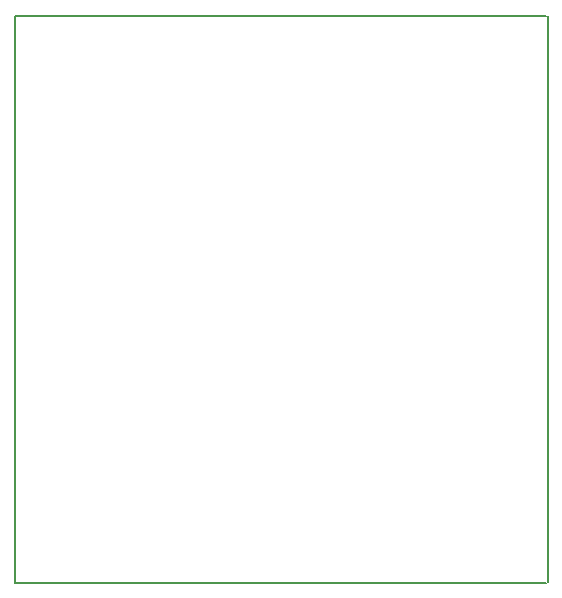
<source format=gko>
%FSLAX43Y43*%
%MOMM*%
G71*
G01*
G75*
%ADD10C,0.300*%
%ADD11R,1.600X1.800*%
%ADD12R,3.500X0.600*%
%ADD13R,1.600X0.300*%
%ADD14R,1.800X1.600*%
%ADD15R,4.000X3.000*%
%ADD16R,2.300X2.300*%
%ADD17R,0.900X0.950*%
%ADD18R,0.900X0.950*%
%ADD19R,0.850X1.300*%
%ADD20R,0.600X2.200*%
%ADD21R,0.600X2.200*%
%ADD22R,1.600X1.000*%
%ADD23R,5.400X5.500*%
%ADD24C,1.500*%
%ADD25C,0.800*%
%ADD26C,0.400*%
%ADD27C,0.600*%
%ADD28C,0.500*%
%ADD29C,1.000*%
%ADD30C,0.250*%
%ADD31R,1.500X1.500*%
%ADD32C,1.500*%
%ADD33C,2.000*%
%ADD34R,2.000X2.000*%
%ADD35C,1.100*%
%ADD36R,4.200X0.600*%
%ADD37R,1.803X2.003*%
%ADD38R,3.703X0.803*%
%ADD39R,1.803X0.503*%
%ADD40R,2.003X1.803*%
%ADD41R,4.203X3.203*%
%ADD42R,2.503X2.503*%
%ADD43R,1.103X1.153*%
%ADD44R,1.103X1.153*%
%ADD45R,1.053X1.503*%
%ADD46R,0.803X2.403*%
%ADD47R,0.803X2.403*%
%ADD48R,1.803X1.203*%
%ADD49R,5.603X5.703*%
%ADD50R,1.703X1.703*%
%ADD51C,1.703*%
%ADD52C,2.203*%
%ADD53R,2.203X2.203*%
%ADD54C,1.303*%
%ADD55R,4.403X0.803*%
%ADD56C,0.200*%
D56*
X0Y48000D02*
X45000D01*
X0Y0D02*
X45000D01*
X45150Y50D02*
Y47950D01*
X0Y0D02*
Y47950D01*
M02*

</source>
